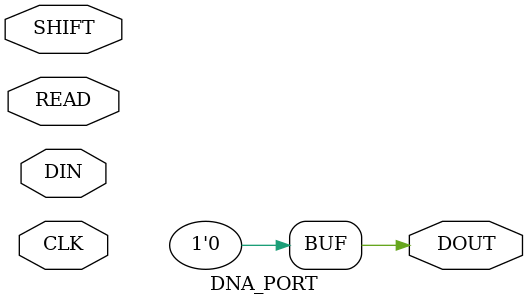
<source format=v>
module DNA_PORT (DOUT, CLK, DIN, READ, SHIFT);

    parameter [56:0] SIM_DNA_VALUE = 57'h0;

    output DOUT;
    input  CLK, DIN, READ, SHIFT;

    assign DOUT = 1'b0;

endmodule
</source>
